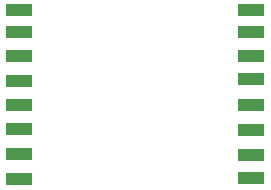
<source format=gtp>
G75*
G70*
%OFA0B0*%
%FSLAX24Y24*%
%IPPOS*%
%LPD*%
%AMOC8*
5,1,8,0,0,1.08239X$1,22.5*
%
%ADD10R,0.0860X0.0420*%
D10*
X010943Y011643D03*
X010943Y012481D03*
X010943Y013331D03*
X010943Y014118D03*
X010943Y014905D03*
X010943Y015755D03*
X010943Y016543D03*
X010943Y017268D03*
X018680Y017268D03*
X018680Y016543D03*
X018680Y015755D03*
X018680Y014968D03*
X018680Y014118D03*
X018680Y013293D03*
X018680Y012456D03*
X018680Y011668D03*
M02*

</source>
